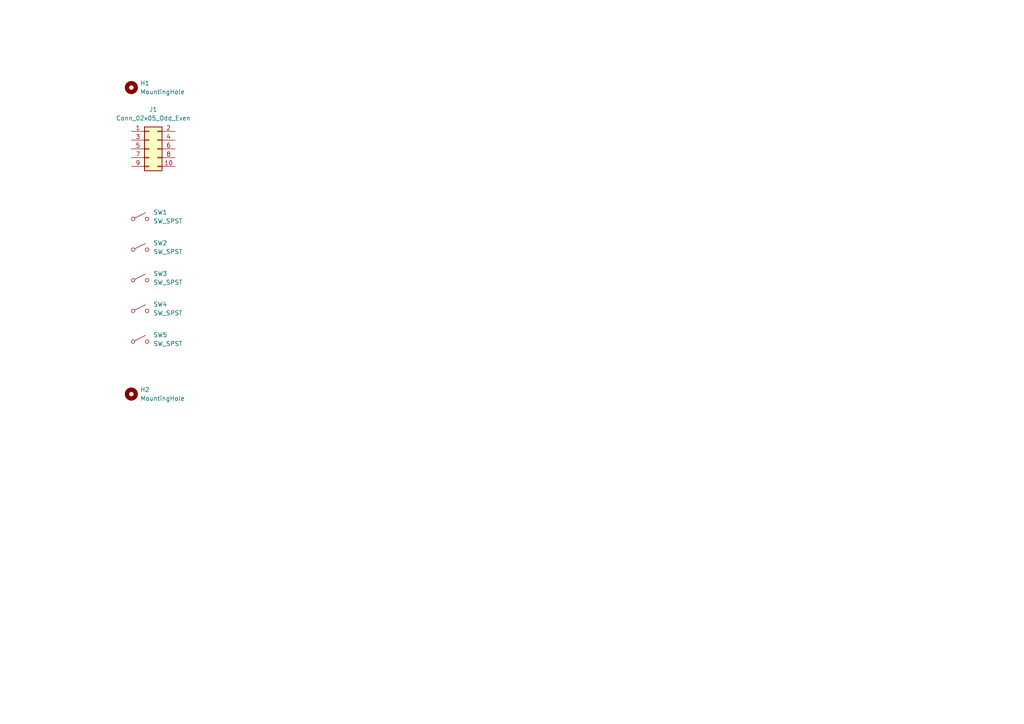
<source format=kicad_sch>
(kicad_sch (version 20231120) (generator "eeschema") (generator_version "8.0")
  (paper "A4")
  (lib_symbols
    (symbol "Connector_Generic:Conn_02x05_Odd_Even" (pin_names (offset 1.016) hide)
      (property "Reference" "J" (at 1.27 7.62 0))
      (property "Value" "Conn_02x05_Odd_Even" (at 1.27 -7.62 0))
      (symbol "Conn_02x05_Odd_Even_1_1"
        (rectangle (start -1.27 -4.953) (end 0 -5.207) (stroke (width 0.1524)))
        (rectangle (start -1.27 -2.413) (end 0 -2.667) (stroke (width 0.1524)))
        (rectangle (start -1.27 0.127) (end 0 -0.127) (stroke (width 0.1524)))
        (rectangle (start -1.27 2.667) (end 0 2.413) (stroke (width 0.1524)))
        (rectangle (start -1.27 5.207) (end 0 4.953) (stroke (width 0.1524)))
        (rectangle (start -1.27 6.35) (end 3.81 -6.35) (stroke (width 0.254)) (fill (type background)))
        (rectangle (start 3.81 -4.953) (end 2.54 -5.207) (stroke (width 0.1524)))
        (rectangle (start 3.81 -2.413) (end 2.54 -2.667) (stroke (width 0.1524)))
        (rectangle (start 3.81 0.127) (end 2.54 -0.127) (stroke (width 0.1524)))
        (rectangle (start 3.81 2.667) (end 2.54 2.413) (stroke (width 0.1524)))
        (rectangle (start 3.81 5.207) (end 2.54 4.953) (stroke (width 0.1524)))
        (pin passive line (at -5.08 5.08 0) (length 3.81) (name "Pin_1") (number "1"))
        (pin passive line (at 7.62 -5.08 180) (length 3.81) (name "Pin_10") (number "10"))
        (pin passive line (at 7.62 5.08 180) (length 3.81) (name "Pin_2") (number "2"))
        (pin passive line (at -5.08 2.54 0) (length 3.81) (name "Pin_3") (number "3"))
        (pin passive line (at 7.62 2.54 180) (length 3.81) (name "Pin_4") (number "4"))
        (pin passive line (at -5.08 0 0) (length 3.81) (name "Pin_5") (number "5"))
        (pin passive line (at 7.62 0 180) (length 3.81) (name "Pin_6") (number "6"))
        (pin passive line (at -5.08 -2.54 0) (length 3.81) (name "Pin_7") (number "7"))
        (pin passive line (at 7.62 -2.54 180) (length 3.81) (name "Pin_8") (number "8"))
        (pin passive line (at -5.08 -5.08 0) (length 3.81) (name "Pin_9") (number "9"))
      )
    )
    (symbol "EXC:SW_SPST_MOUNT" (pin_names (offset 0) hide)
      (property "Reference" "SW" (at 0 3.175 0))
      (property "Value" "SW_SPST_MOUNT" (at 0 -2.54 0))
      (symbol "SW_SPST_MOUNT_0_0"
        (circle (center -2.032 0) (radius 0.508))
        (polyline (pts (xy -1.524 0.254) (xy 1.524 1.778)))
        (circle (center 2.032 0) (radius 0.508))
      )
    )
    (symbol "Mechanical:MountingHole" (pin_names (offset 1.016)) (exclude_from_sim yes) (in_bom no)
      (property "Reference" "H" (at 0 5.08 0))
      (property "Value" "MountingHole" (at 0 3.175 0))
      (symbol "MountingHole_0_1"
        (circle (center 0 0) (radius 1.27) (stroke (width 1.27)))
      )
    )
  )
  (symbol (lib_id "EXC:SW_SPST_MOUNT") (at 40.64 81.28 0) (unit 1)
    (property "Reference" "SW3" (at 44.45 79.3749 0) (effects (justify left)))
    (property "Value" "SW_SPST" (at 44.45 81.9149 0) (effects (justify left)))
    (property "Footprint" "EXC:SW_Cherry_MX_1.00u_Mount" (effects (hide yes)))
    (property "Description" "Single Pole Single Throw (SPST) switch" (effects (hide yes)))
  )
  (symbol (lib_id "EXC:SW_SPST_MOUNT") (at 40.64 99.06 0) (unit 1)
    (property "Reference" "SW5" (at 44.45 97.1549 0) (effects (justify left)))
    (property "Value" "SW_SPST" (at 44.45 99.6949 0) (effects (justify left)))
    (property "Footprint" "EXC:SW_Cherry_MX_1.00u_Mount" (effects (hide yes)))
    (property "Description" "Single Pole Single Throw (SPST) switch" (effects (hide yes)))
  )
  (symbol (lib_id "EXC:SW_SPST_MOUNT") (at 40.64 90.17 0) (unit 1)
    (property "Reference" "SW4" (at 44.45 88.2649 0) (effects (justify left)))
    (property "Value" "SW_SPST" (at 44.45 90.8049 0) (effects (justify left)))
    (property "Footprint" "EXC:SW_Cherry_MX_1.00u_Mount" (effects (hide yes)))
    (property "Description" "Single Pole Single Throw (SPST) switch" (effects (hide yes)))
  )
  (symbol (lib_id "EXC:SW_SPST_MOUNT") (at 40.64 63.5 0) (unit 1)
    (property "Reference" "SW1" (at 44.45 61.5949 0) (effects (justify left)))
    (property "Value" "SW_SPST" (at 44.45 64.1349 0) (effects (justify left)))
    (property "Footprint" "EXC:SW_Cherry_MX_1.00u_Mount" (effects (hide yes)))
    (property "Description" "Single Pole Single Throw (SPST) switch" (effects (hide yes)))
  )
  (symbol (lib_id "Mechanical:MountingHole") (at 38.1 25.4 0) (unit 1) (exclude_from_sim yes) (in_bom no)
    (property "Reference" "H1" (at 40.64 24.1299 0) (effects (justify left)))
    (property "Value" "MountingHole" (at 40.64 26.6699 0) (effects (justify left)))
    (property "Footprint" "MountingHole:MountingHole_3.2mm_M3" (effects (hide yes)))
    (property "Description" "Mounting Hole without connection" (effects (hide yes)))
  )
  (symbol (lib_id "EXC:SW_SPST_MOUNT") (at 40.64 72.39 0) (unit 1)
    (property "Reference" "SW2" (at 44.45 70.4849 0) (effects (justify left)))
    (property "Value" "SW_SPST" (at 44.45 73.0249 0) (effects (justify left)))
    (property "Footprint" "EXC:SW_Cherry_MX_1.00u_Mount" (effects (hide yes)))
    (property "Description" "Single Pole Single Throw (SPST) switch" (effects (hide yes)))
  )
  (symbol (lib_id "Connector_Generic:Conn_02x05_Odd_Even") (at 43.18 43.18 0) (unit 1)
    (property "Reference" "J1" (at 44.45 31.75 0))
    (property "Value" "Conn_02x05_Odd_Even" (at 44.45 34.29 0))
    (property "Footprint" "Connector_PinSocket_2.54mm:PinSocket_2x05_P2.54mm_Vertical" (effects (hide yes)))
    (property "Description" "Generic connector, double row, 02x05, odd/even pin numbering scheme (row 1 odd numbers, row 2 even numbers), script generated (kicad-library-utils/schlib/autogen/connector/)" (effects (hide yes)))
  )
  (symbol (lib_id "Mechanical:MountingHole") (at 38.1 114.3 0) (unit 1) (exclude_from_sim yes) (in_bom no)
    (property "Reference" "H2" (at 40.64 113.0299 0) (effects (justify left)))
    (property "Value" "MountingHole" (at 40.64 115.5699 0) (effects (justify left)))
    (property "Footprint" "MountingHole:MountingHole_3.2mm_M3" (effects (hide yes)))
    (property "Description" "Mounting Hole without connection" (effects (hide yes)))
  )
)
</source>
